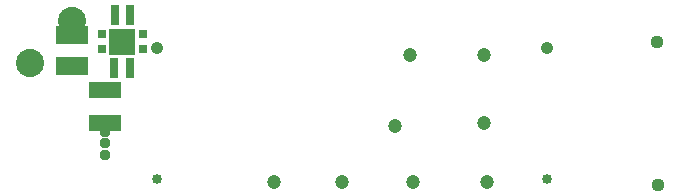
<source format=gbr>
G04 EAGLE Gerber RS-274X export*
G75*
%MOMM*%
%FSLAX34Y34*%
%LPD*%
%INSoldermask Bottom*%
%IPPOS*%
%AMOC8*
5,1,8,0,0,1.08239X$1,22.5*%
G01*
%ADD10C,1.203200*%
%ADD11C,0.853200*%
%ADD12C,1.053200*%
%ADD13C,2.387600*%
%ADD14R,2.205000X2.205000*%
%ADD15R,0.703200X1.703200*%
%ADD16R,0.700000X0.700000*%
%ADD17R,2.743200X1.473200*%
%ADD18R,2.794000X1.600200*%
%ADD19C,1.109600*%
%ADD20C,0.959600*%


D10*
X91250Y-57500D03*
X148750Y-57500D03*
X271250Y-57500D03*
X206250Y50000D03*
X268750Y50000D03*
X193750Y-10000D03*
X268750Y-7500D03*
X208750Y-57500D03*
D11*
X322250Y-55500D03*
D12*
X322250Y55500D03*
D11*
X-7750Y-55500D03*
D12*
X-7750Y55500D03*
D13*
X-115403Y43347D03*
X-80097Y78653D03*
D14*
X-37500Y61250D03*
D15*
X-31250Y38750D03*
X-44375Y38750D03*
X-31250Y83750D03*
X-43750Y83750D03*
D16*
X-20038Y54900D03*
X-20038Y67600D03*
X-54963Y54900D03*
X-54963Y67600D03*
D17*
X-52499Y20538D03*
X-52500Y-8038D03*
D18*
X-80000Y66752D03*
X-80000Y40748D03*
D19*
X415000Y61250D03*
X416250Y-60000D03*
D20*
X-52500Y-35000D03*
X-52500Y-15000D03*
X-52500Y-25000D03*
M02*

</source>
